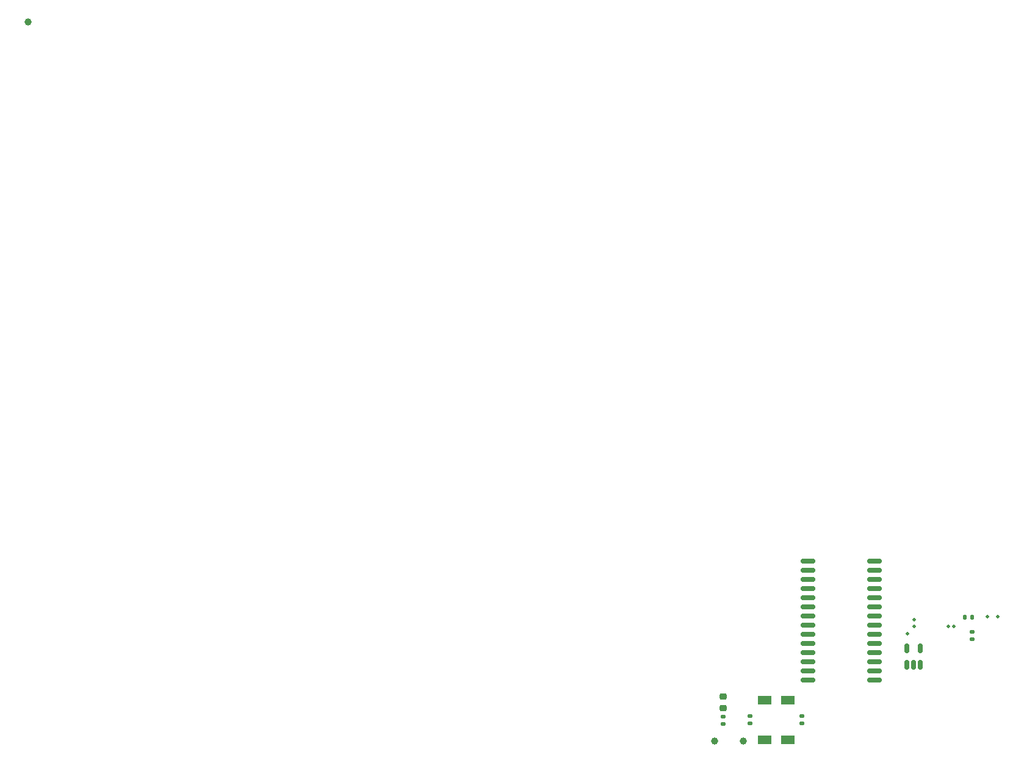
<source format=gbr>
%TF.GenerationSoftware,KiCad,Pcbnew,8.0.0~rc1-42d8c85f12~176~ubuntu22.04.1*%
%TF.CreationDate,2024-01-15T17:13:56+10:00*%
%TF.ProjectId,MXBreakout,4d584272-6561-46b6-9f75-742e6b696361,rev?*%
%TF.SameCoordinates,Original*%
%TF.FileFunction,Soldermask,Top*%
%TF.FilePolarity,Negative*%
%FSLAX46Y46*%
G04 Gerber Fmt 4.6, Leading zero omitted, Abs format (unit mm)*
G04 Created by KiCad (PCBNEW 8.0.0~rc1-42d8c85f12~176~ubuntu22.04.1) date 2024-01-15 17:13:56*
%MOMM*%
%LPD*%
G01*
G04 APERTURE LIST*
G04 Aperture macros list*
%AMRoundRect*
0 Rectangle with rounded corners*
0 $1 Rounding radius*
0 $2 $3 $4 $5 $6 $7 $8 $9 X,Y pos of 4 corners*
0 Add a 4 corners polygon primitive as box body*
4,1,4,$2,$3,$4,$5,$6,$7,$8,$9,$2,$3,0*
0 Add four circle primitives for the rounded corners*
1,1,$1+$1,$2,$3*
1,1,$1+$1,$4,$5*
1,1,$1+$1,$6,$7*
1,1,$1+$1,$8,$9*
0 Add four rect primitives between the rounded corners*
20,1,$1+$1,$2,$3,$4,$5,0*
20,1,$1+$1,$4,$5,$6,$7,0*
20,1,$1+$1,$6,$7,$8,$9,0*
20,1,$1+$1,$8,$9,$2,$3,0*%
G04 Aperture macros list end*
%ADD10C,1.000000*%
%ADD11C,0.500000*%
%ADD12RoundRect,0.150000X0.150000X-0.512500X0.150000X0.512500X-0.150000X0.512500X-0.150000X-0.512500X0*%
%ADD13RoundRect,0.135000X0.185000X-0.135000X0.185000X0.135000X-0.185000X0.135000X-0.185000X-0.135000X0*%
%ADD14RoundRect,0.150000X0.875000X0.150000X-0.875000X0.150000X-0.875000X-0.150000X0.875000X-0.150000X0*%
%ADD15RoundRect,0.218750X-0.256250X0.218750X-0.256250X-0.218750X0.256250X-0.218750X0.256250X0.218750X0*%
%ADD16RoundRect,0.140000X0.170000X-0.140000X0.170000X0.140000X-0.170000X0.140000X-0.170000X-0.140000X0*%
%ADD17RoundRect,0.135000X-0.185000X0.135000X-0.185000X-0.135000X0.185000X-0.135000X0.185000X0.135000X0*%
%ADD18RoundRect,0.140000X-0.140000X-0.170000X0.140000X-0.170000X0.140000X0.170000X-0.140000X0.170000X0*%
%ADD19R,1.900000X1.300000*%
G04 APERTURE END LIST*
D10*
%TO.C,TP9*%
X1025000Y-1025000D03*
%TD*%
D11*
%TO.C,TP3*%
X135600000Y-83600000D03*
%TD*%
D10*
%TO.C,TP2*%
X100275000Y-100900000D03*
%TD*%
%TO.C,TP8*%
X96250000Y-100900000D03*
%TD*%
D12*
%TO.C,U10*%
X122925000Y-90275000D03*
X123875000Y-90275000D03*
X124825000Y-90275000D03*
X124825000Y-88000000D03*
X122925000Y-88000000D03*
%TD*%
D11*
%TO.C,TP11*%
X124000000Y-84000000D03*
%TD*%
D13*
%TO.C,TP10*%
X132000000Y-85750000D03*
X132000000Y-86770000D03*
%TD*%
D11*
%TO.C,TP7*%
X123000000Y-86000000D03*
%TD*%
%TO.C,TP6*%
X128750000Y-84975000D03*
%TD*%
%TO.C,TP5*%
X129500000Y-84975000D03*
%TD*%
%TO.C,TP4*%
X124000000Y-84975000D03*
%TD*%
%TO.C,TP3*%
X134100000Y-83600000D03*
%TD*%
D14*
%TO.C,U1*%
X109200000Y-92425000D03*
X109200000Y-91155000D03*
X109200000Y-89885000D03*
X109200000Y-88615000D03*
X109200000Y-87345000D03*
X109200000Y-86075000D03*
X109200000Y-84805000D03*
X109200000Y-83535000D03*
X109200000Y-82265000D03*
X109200000Y-80995000D03*
X109200000Y-79725000D03*
X109200000Y-78455000D03*
X109200000Y-77185000D03*
X109200000Y-75915000D03*
X118500000Y-75915000D03*
X118500000Y-77185000D03*
X118500000Y-78455000D03*
X118500000Y-79725000D03*
X118500000Y-80995000D03*
X118500000Y-82265000D03*
X118500000Y-83535000D03*
X118500000Y-84805000D03*
X118500000Y-86075000D03*
X118500000Y-87345000D03*
X118500000Y-88615000D03*
X118500000Y-89885000D03*
X118500000Y-91155000D03*
X118500000Y-92425000D03*
%TD*%
D15*
%TO.C,D1*%
X97500000Y-94712500D03*
X97500000Y-96287500D03*
%TD*%
D16*
%TO.C,C2*%
X101225000Y-98405000D03*
X101225000Y-97445000D03*
%TD*%
D17*
%TO.C,R1*%
X97500000Y-98495000D03*
X97500000Y-97475000D03*
%TD*%
D18*
%TO.C,C3*%
X131040000Y-83700000D03*
X132000000Y-83700000D03*
%TD*%
D16*
%TO.C,C1*%
X108425000Y-98405000D03*
X108425000Y-97445000D03*
%TD*%
D19*
%TO.C,X1*%
X103225000Y-95175000D03*
X103225000Y-100675000D03*
X106425000Y-100675000D03*
X106425000Y-95175000D03*
%TD*%
M02*

</source>
